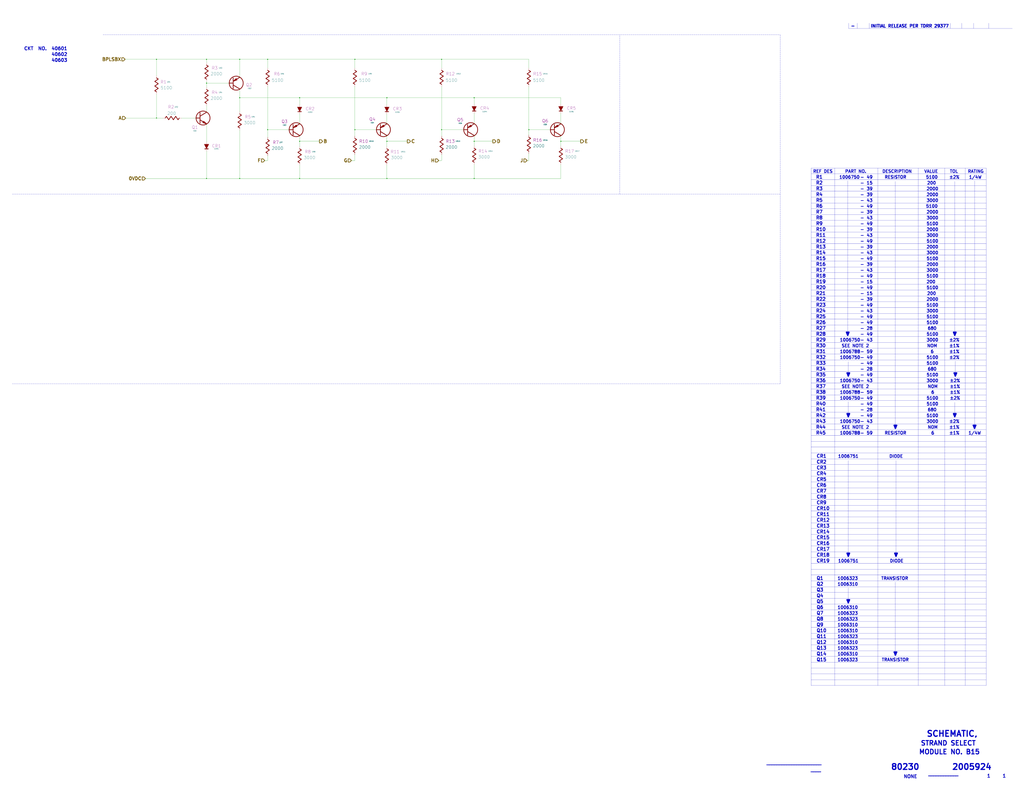
<source format=kicad_sch>
(kicad_sch (version 20211123) (generator eeschema)
  (paper "E")
  (junction (at 517.525 106.68))
  (junction (at 327.025 154.305))
  (junction (at 225.425 64.77))
  (junction (at 327.025 194.945))
  (junction (at 387.35 141.605))
  (junction (at 292.1 64.77))
  (junction (at 481.965 64.77))
  (junction (at 481.965 141.605))
  (junction (at 170.815 64.77))
  (junction (at 261.62 64.77))
  (junction (at 225.425 194.945))
  (junction (at 327.025 106.68))
  (junction (at 292.1 141.605))
  (junction (at 422.275 154.305))
  (junction (at 577.215 141.605))
  (junction (at 170.815 128.905))
  (junction (at 225.425 90.805))
  (junction (at 517.525 194.945))
  (junction (at 422.275 106.68))
  (junction (at 612.14 154.305))
  (junction (at 517.525 154.305))
  (junction (at 261.62 194.945))
  (junction (at 422.275 194.945))
  (junction (at 387.35 64.77))
  (junction (at 261.62 106.68))
  (polyline (pts (xy 676.275 212.09) (xy 676.275 38.1)))
  (polyline (pts (xy 885.19 704.215) (xy 1076.325 704.215)) (stroke (width 0) (type solid)))
  (polyline (pts (xy 885.19 615.315) (xy 1076.325 615.315)) (stroke (width 0) (type solid)))
  (wire (pts (xy 577.215 141.605) (xy 577.215 147.32)))
  (wire (pts (xy 383.54 175.26) (xy 387.35 175.26)))
  (polyline (pts (xy 1063.625 197.485) (xy 1063.625 467.36)) (stroke (width 0) (type solid)))
  (polyline (pts (xy 927.1 604.2152) (xy 925.83 607.3902)) (stroke (width 1.524) (type solid)))
  (polyline (pts (xy 926.465 362.9152) (xy 925.195 366.0902)) (stroke (width 1.524) (type solid)))
  (polyline (pts (xy 885.19 526.415) (xy 1076.325 526.415)) (stroke (width 0) (type solid)))
  (polyline (pts (xy 885.19 748.665) (xy 1076.325 748.665)) (stroke (width 0) (type solid)))
  (wire (pts (xy 327.025 135.255) (xy 327.025 124.46)))
  (polyline (pts (xy 1042.035 454.9902) (xy 1040.765 451.8152)) (stroke (width 1.524) (type solid)))
  (polyline (pts (xy 885.19 240.665) (xy 1076.325 240.665)) (stroke (width 0) (type solid)))
  (wire (pts (xy 575.31 175.26) (xy 577.215 175.26)))
  (polyline (pts (xy 885.19 481.965) (xy 1076.325 481.965)) (stroke (width 0) (type solid)))
  (polyline (pts (xy 885.19 456.565) (xy 1076.325 456.565)) (stroke (width 0) (type solid)))
  (wire (pts (xy 292.1 141.605) (xy 292.1 149.86)))
  (polyline (pts (xy 977.265 715.3402) (xy 975.995 712.1652)) (stroke (width 1.524) (type solid)))
  (polyline (pts (xy 975.995 712.1652) (xy 978.535 712.1652)) (stroke (width 1.524) (type solid)))
  (wire (pts (xy 387.35 168.91) (xy 387.35 175.26)))
  (wire (pts (xy 225.425 194.945) (xy 261.62 194.945)))
  (polyline (pts (xy 885.19 335.915) (xy 1076.325 335.915)) (stroke (width 0) (type solid)))
  (polyline (pts (xy 885.19 742.315) (xy 1076.325 742.315)) (stroke (width 0) (type solid)))
  (wire (pts (xy 225.425 135.255) (xy 225.425 154.94)))
  (wire (pts (xy 387.35 64.77) (xy 387.35 74.295)))
  (polyline (pts (xy 958.215 183.515) (xy 958.215 748.665)) (stroke (width 0) (type solid)))
  (polyline (pts (xy 885.19 329.565) (xy 1076.325 329.565)) (stroke (width 0) (type solid)))
  (polyline (pts (xy 1063.625 467.6902) (xy 1062.355 464.5152)) (stroke (width 1.524) (type solid)))
  (polyline (pts (xy 885.19 596.265) (xy 1076.325 596.265)) (stroke (width 0) (type solid)))
  (polyline (pts (xy 925.83 454.9902) (xy 924.56 451.8152)) (stroke (width 1.524) (type solid)))
  (polyline (pts (xy 885.19 570.865) (xy 1076.325 570.865)) (stroke (width 0) (type solid)))
  (polyline (pts (xy 1062.355 464.5152) (xy 1064.895 464.5152)) (stroke (width 1.524) (type solid)))
  (polyline (pts (xy 885.19 513.715) (xy 1076.325 513.715)) (stroke (width 0) (type solid)))
  (wire (pts (xy 612.14 154.305) (xy 612.14 159.385)))
  (polyline (pts (xy 885.19 215.265) (xy 1076.325 215.265)) (stroke (width 0) (type solid)))
  (polyline (pts (xy 885.19 323.215) (xy 1076.325 323.215)) (stroke (width 0) (type solid)))
  (polyline (pts (xy 885.19 272.415) (xy 1076.325 272.415)) (stroke (width 0) (type solid)))
  (wire (pts (xy 261.62 194.945) (xy 327.025 194.945)))
  (polyline (pts (xy 885.19 551.815) (xy 1076.325 551.815)) (stroke (width 0) (type solid)))
  (wire (pts (xy 517.525 154.305) (xy 517.525 159.385)))
  (polyline (pts (xy 977.265 635.635) (xy 977.265 715.01)) (stroke (width 0) (type solid)))
  (polyline (pts (xy 885.19 412.115) (xy 1076.325 412.115)) (stroke (width 0) (type solid)))
  (polyline (pts (xy 885.19 545.465) (xy 1076.325 545.465)) (stroke (width 0) (type solid)))
  (polyline (pts (xy 935.7106 25.2984) (xy 935.7106 31.0896)) (stroke (width 0) (type solid)))
  (wire (pts (xy 327.025 194.945) (xy 327.025 180.34)))
  (wire (pts (xy 387.35 94.615) (xy 387.35 141.605)))
  (wire (pts (xy 327.025 106.68) (xy 422.275 106.68)))
  (polyline (pts (xy 885.19 685.165) (xy 1076.325 685.165)) (stroke (width 0) (type solid)))
  (polyline (pts (xy 885.19 628.015) (xy 1076.325 628.015)) (stroke (width 0) (type solid)))
  (polyline (pts (xy 1053.465 748.665) (xy 1053.465 183.515)) (stroke (width 0) (type solid)))
  (polyline (pts (xy 1043.94 407.3652) (xy 1042.67 410.5402)) (stroke (width 1.524) (type solid)))
  (polyline (pts (xy 885.19 462.915) (xy 1076.325 462.915)) (stroke (width 0) (type solid)))
  (polyline (pts (xy 112.395 38.1) (xy 851.535 38.1)))
  (wire (pts (xy 481.965 64.77) (xy 577.215 64.77)))
  (wire (pts (xy 225.425 194.945) (xy 158.75 194.945)))
  (polyline (pts (xy 925.83 455.295) (xy 925.83 438.785)) (stroke (width 0) (type solid)))
  (wire (pts (xy 612.14 135.255) (xy 612.14 123.825)))
  (polyline (pts (xy 885.19 443.865) (xy 1076.325 443.865)) (stroke (width 0) (type solid)))
  (polyline (pts (xy 851.535 38.1) (xy 851.535 419.1)))
  (polyline (pts (xy 885.19 710.565) (xy 1076.325 710.565)) (stroke (width 0) (type solid)))
  (wire (pts (xy 506.095 141.605) (xy 481.965 141.605)))
  (wire (pts (xy 327.025 194.945) (xy 422.275 194.945)))
  (polyline (pts (xy 925.83 394.97) (xy 925.83 410.845)) (stroke (width 0) (type solid)))
  (wire (pts (xy 517.525 106.68) (xy 517.525 113.665)))
  (polyline (pts (xy 925.83 607.695) (xy 925.83 502.92)) (stroke (width 0) (type solid)))
  (polyline (pts (xy 885.19 608.965) (xy 1076.325 608.965)) (stroke (width 0) (type solid)))
  (wire (pts (xy 292.1 94.615) (xy 292.1 141.605)))
  (polyline (pts (xy 977.9 607.3902) (xy 976.63 604.2152)) (stroke (width 1.524) (type solid)))
  (polyline (pts (xy 885.19 405.765) (xy 1076.325 405.765)) (stroke (width 0) (type solid)))
  (polyline (pts (xy 885.19 196.215) (xy 1076.325 196.215)) (stroke (width 0) (type solid)))
  (polyline (pts (xy 885.19 678.815) (xy 1076.325 678.815)) (stroke (width 0) (type solid)))
  (wire (pts (xy 292.1 64.77) (xy 292.1 74.295)))
  (polyline (pts (xy 885.19 253.365) (xy 1076.325 253.365)) (stroke (width 0) (type solid)))
  (polyline (pts (xy 885.19 418.465) (xy 1076.325 418.465)) (stroke (width 0) (type solid)))
  (wire (pts (xy 422.275 194.945) (xy 422.275 180.34)))
  (wire (pts (xy 517.525 194.945) (xy 612.14 194.945)))
  (wire (pts (xy 577.215 167.64) (xy 577.215 175.26)))
  (polyline (pts (xy 885.19 297.815) (xy 1076.325 297.815)) (stroke (width 0) (type solid)))
  (wire (pts (xy 170.815 64.77) (xy 225.425 64.77)))
  (polyline (pts (xy 1042.67 410.5402) (xy 1041.4 407.3652)) (stroke (width 1.524) (type solid)))
  (polyline (pts (xy 885.19 221.615) (xy 1076.325 221.615)) (stroke (width 0) (type solid)))
  (wire (pts (xy 422.275 106.68) (xy 422.275 114.3)))
  (polyline (pts (xy 885.19 285.115) (xy 1076.325 285.115)) (stroke (width 0) (type solid)))
  (polyline (pts (xy 885.19 393.065) (xy 1076.325 393.065)) (stroke (width 0) (type solid)))
  (polyline (pts (xy 927.1 407.3652) (xy 925.83 410.5402)) (stroke (width 1.524) (type solid)))
  (polyline (pts (xy 885.19 354.965) (xy 1076.325 354.965)) (stroke (width 0) (type solid)))
  (polyline (pts (xy 977.265 198.12) (xy 977.265 467.36)) (stroke (width 0) (type solid)))
  (polyline (pts (xy 925.83 641.985) (xy 925.83 658.495)) (stroke (width 0) (type solid)))
  (polyline (pts (xy 885.19 697.865) (xy 1076.325 697.865)) (stroke (width 0) (type solid)))
  (polyline (pts (xy 1043.305 451.8152) (xy 1042.035 454.9902)) (stroke (width 1.524) (type solid)))
  (wire (pts (xy 136.525 64.77) (xy 170.815 64.77)))
  (wire (pts (xy 577.215 64.77) (xy 577.215 74.295)))
  (polyline (pts (xy 1062.5074 25.2984) (xy 1062.5074 31.0896)) (stroke (width 0) (type solid)))
  (polyline (pts (xy 885.19 386.715) (xy 1076.325 386.715)) (stroke (width 0) (type solid)))
  (polyline (pts (xy 885.19 361.315) (xy 1076.325 361.315)) (stroke (width 0) (type solid)))
  (polyline (pts (xy 1076.325 183.515) (xy 1076.325 748.665)) (stroke (width 0) (type solid)))
  (polyline (pts (xy 923.925 362.9152) (xy 926.465 362.9152)) (stroke (width 1.524) (type solid)))
  (polyline (pts (xy 885.19 469.265) (xy 1076.325 469.265)) (stroke (width 0) (type solid)))
  (wire (pts (xy 261.62 106.68) (xy 261.62 121.92)))
  (polyline (pts (xy 885.19 247.015) (xy 1076.325 247.015)) (stroke (width 0) (type solid)))
  (wire (pts (xy 410.845 141.605) (xy 387.35 141.605)))
  (polyline (pts (xy 1031.24 183.515) (xy 1031.24 748.665)) (stroke (width 0) (type solid)))
  (polyline (pts (xy 925.195 366.0902) (xy 923.925 362.9152)) (stroke (width 1.524) (type solid)))
  (wire (pts (xy 327.025 106.68) (xy 327.025 114.3)))
  (polyline (pts (xy 885.19 735.965) (xy 1076.325 735.965)) (stroke (width 0) (type solid)))
  (polyline (pts (xy 927.1 451.8152) (xy 925.83 454.9902)) (stroke (width 1.524) (type solid)))
  (polyline (pts (xy 885.19 659.765) (xy 1076.325 659.765)) (stroke (width 0) (type solid)))
  (polyline (pts (xy 885.19 507.365) (xy 1076.325 507.365)) (stroke (width 0) (type solid)))
  (polyline (pts (xy 885.19 259.715) (xy 1076.325 259.715)) (stroke (width 0) (type solid)))
  (polyline (pts (xy 885.19 316.865) (xy 1076.325 316.865)) (stroke (width 0) (type solid)))
  (polyline (pts (xy 1041.4 407.3652) (xy 1043.94 407.3652)) (stroke (width 1.524) (type solid)))
  (wire (pts (xy 225.425 64.77) (xy 261.62 64.77)))
  (polyline (pts (xy 885.19 208.915) (xy 1076.325 208.915)) (stroke (width 0) (type solid)))
  (polyline (pts (xy 885.19 602.615) (xy 1076.325 602.615)) (stroke (width 0) (type solid)))
  (polyline (pts (xy 948.69 25.2984) (xy 948.69 31.0896)) (stroke (width 0) (type solid)))
  (wire (pts (xy 422.275 135.255) (xy 422.275 124.46)))
  (polyline (pts (xy 885.19 583.565) (xy 1076.325 583.565)) (stroke (width 0) (type solid)))
  (wire (pts (xy 170.815 102.87) (xy 170.815 128.905)))
  (wire (pts (xy 422.275 147.955) (xy 422.275 154.305)))
  (wire (pts (xy 517.525 179.705) (xy 517.525 194.945)))
  (polyline (pts (xy 924.56 604.2152) (xy 927.1 604.2152)) (stroke (width 1.524) (type solid)))
  (wire (pts (xy 198.12 128.905) (xy 213.995 128.905)))
  (polyline (pts (xy 978.535 464.5152) (xy 977.265 467.6902)) (stroke (width 1.524) (type solid)))
  (polyline (pts (xy 1042.035 198.12) (xy 1042.035 365.76)) (stroke (width 0) (type solid)))
  (wire (pts (xy 537.845 154.305) (xy 517.525 154.305)))
  (wire (pts (xy 288.925 175.26) (xy 292.1 175.26)))
  (polyline (pts (xy 925.83 410.5402) (xy 924.56 407.3652)) (stroke (width 1.524) (type solid)))
  (polyline (pts (xy 885.19 577.215) (xy 1076.325 577.215)) (stroke (width 0) (type solid)))
  (polyline (pts (xy 885.19 189.865) (xy 1076.325 189.865)) (stroke (width 0) (type solid)))
  (polyline (pts (xy 925.195 197.485) (xy 925.195 366.395)) (stroke (width 0) (type solid)))
  (wire (pts (xy 633.73 154.305) (xy 612.14 154.305)))
  (wire (pts (xy 478.79 175.26) (xy 481.965 175.26)))
  (wire (pts (xy 170.815 128.905) (xy 137.16 128.905)))
  (polyline (pts (xy 885.19 399.415) (xy 1076.325 399.415)) (stroke (width 0) (type solid)))
  (polyline (pts (xy 885.19 183.515) (xy 885.19 748.665)) (stroke (width 0) (type solid)))
  (wire (pts (xy 517.525 135.255) (xy 517.525 123.825)))
  (wire (pts (xy 292.1 170.18) (xy 292.1 175.26)))
  (polyline (pts (xy 885.19 653.415) (xy 1076.325 653.415)) (stroke (width 0) (type solid)))
  (wire (pts (xy 481.965 141.605) (xy 481.965 148.59)))
  (wire (pts (xy 261.62 194.945) (xy 261.62 142.24)))
  (polyline (pts (xy 885.19 431.165) (xy 1076.325 431.165)) (stroke (width 0) (type solid)))
  (polyline (pts (xy 885.19 723.265) (xy 1076.325 723.265)) (stroke (width 0) (type solid)))
  (polyline (pts (xy 885.19 640.715) (xy 1076.325 640.715)) (stroke (width 0) (type solid)))
  (wire (pts (xy 422.275 154.305) (xy 422.275 160.02)))
  (polyline (pts (xy 885.19 234.315) (xy 1076.325 234.315)) (stroke (width 0) (type solid)))
  (polyline (pts (xy 885.19 342.265) (xy 1076.325 342.265)) (stroke (width 0) (type solid)))
  (wire (pts (xy 481.965 74.295) (xy 481.965 64.77)))
  (polyline (pts (xy 1002.03 748.665) (xy 1002.03 183.515)) (stroke (width 0) (type solid)))
  (wire (pts (xy 261.62 64.77) (xy 261.62 84.455)))
  (polyline (pts (xy 977.265 467.6902) (xy 975.995 464.5152)) (stroke (width 1.524) (type solid)))
  (polyline (pts (xy 978.535 712.1652) (xy 977.265 715.3402)) (stroke (width 1.524) (type solid)))
  (polyline (pts (xy 885.19 501.015) (xy 1076.325 501.015)) (stroke (width 0) (type solid)))
  (polyline (pts (xy 885.19 380.365) (xy 1076.325 380.365)) (stroke (width 0) (type solid)))
  (wire (pts (xy 261.62 64.77) (xy 292.1 64.77)))
  (polyline (pts (xy 885.19 488.315) (xy 1076.325 488.315)) (stroke (width 0) (type solid)))
  (polyline (pts (xy 911.225 748.665) (xy 911.225 183.515)) (stroke (width 0) (type solid)))
  (wire (pts (xy 327.025 147.955) (xy 327.025 154.305)))
  (wire (pts (xy 225.425 194.945) (xy 225.425 165.1)))
  (polyline (pts (xy 885.19 532.765) (xy 1076.325 532.765)) (stroke (width 0) (type solid)))
  (polyline (pts (xy 885.19 304.165) (xy 1076.325 304.165)) (stroke (width 0) (type solid)))
  (polyline (pts (xy 925.83 607.3902) (xy 924.56 604.2152)) (stroke (width 1.524) (type solid)))
  (wire (pts (xy 444.5 154.305) (xy 422.275 154.305)))
  (polyline (pts (xy 1043.305 362.9152) (xy 1042.035 366.0902)) (stroke (width 1.524) (type solid)))
  (polyline (pts (xy 885.19 227.965) (xy 1076.325 227.965)) (stroke (width 0) (type solid)))
  (polyline (pts (xy 1078.992 25.2984) (xy 1078.992 31.0896)) (stroke (width 0) (type solid)))
  (polyline (pts (xy 885.19 520.065) (xy 1076.325 520.065)) (stroke (width 0) (type solid)))
  (wire (pts (xy 481.965 168.91) (xy 481.965 175.26)))
  (polyline (pts (xy 13.335 212.09) (xy 851.535 212.09)))
  (polyline (pts (xy 885.19 437.515) (xy 1076.325 437.515)) (stroke (width 0) (type solid)))
  (polyline (pts (xy 885.19 266.065) (xy 1076.325 266.065)) (stroke (width 0) (type solid)))
  (polyline (pts (xy 885.19 348.615) (xy 1076.325 348.615)) (stroke (width 0) (type solid)))
  (wire (pts (xy 422.275 194.945) (xy 517.525 194.945)))
  (polyline (pts (xy 885.19 621.665) (xy 1076.325 621.665)) (stroke (width 0) (type solid)))
  (wire (pts (xy 387.35 141.605) (xy 387.35 148.59)))
  (polyline (pts (xy 924.56 407.3652) (xy 927.1 407.3652)) (stroke (width 1.524) (type solid)))
  (polyline (pts (xy 976.63 604.2152) (xy 979.17 604.2152)) (stroke (width 1.524) (type solid)))
  (polyline (pts (xy 885.19 691.515) (xy 1076.325 691.515)) (stroke (width 0) (type solid)))
  (polyline (pts (xy 975.995 464.5152) (xy 978.535 464.5152)) (stroke (width 1.524) (type solid)))
  (wire (pts (xy 348.615 154.305) (xy 327.025 154.305)))
  (wire (pts (xy 612.14 106.68) (xy 612.14 113.665)))
  (polyline (pts (xy 926.1094 25.2984) (xy 926.1094 31.0896)) (stroke (width 0) (type solid)))
  (polyline (pts (xy 885.19 539.115) (xy 1076.325 539.115)) (stroke (width 0) (type solid)))
  (wire (pts (xy 261.62 97.155) (xy 261.62 106.68)))
  (polyline (pts (xy 927.1 655.0152) (xy 925.83 658.1902)) (stroke (width 1.524) (type solid)))
  (wire (pts (xy 517.525 154.305) (xy 517.525 147.955)))
  (wire (pts (xy 292.1 141.605) (xy 315.595 141.605)))
  (polyline (pts (xy 979.17 604.2152) (xy 977.9 607.3902)) (stroke (width 1.524) (type solid)))
  (polyline (pts (xy 885.19 634.365) (xy 1076.325 634.365)) (stroke (width 0) (type solid)))
  (polyline (pts (xy 977.9 502.92) (xy 977.9 607.06)) (stroke (width 0) (type solid)))
  (wire (pts (xy 250.19 90.805) (xy 225.425 90.805)))
  (polyline (pts (xy 885.19 183.515) (xy 1076.325 183.515)) (stroke (width 0) (type solid)))
  (wire (pts (xy 327.025 154.305) (xy 327.025 160.02)))
  (polyline (pts (xy 885.19 278.765) (xy 1076.325 278.765)) (stroke (width 0) (type solid)))
  (wire (pts (xy 387.35 64.77) (xy 481.965 64.77)))
  (polyline (pts (xy 885.19 450.215) (xy 1076.325 450.215)) (stroke (width 0) (type solid)))
  (polyline (pts (xy 885.19 367.665) (xy 1076.325 367.665)) (stroke (width 0) (type solid)))
  (polyline (pts (xy 925.83 658.1902) (xy 924.56 655.0152)) (stroke (width 1.524) (type solid)))
  (wire (pts (xy 422.275 106.68) (xy 517.525 106.68)))
  (polyline (pts (xy 1042.035 366.0902) (xy 1040.765 362.9152)) (stroke (width 1.524) (type solid)))
  (polyline (pts (xy 885.19 475.615) (xy 1076.325 475.615)) (stroke (width 0) (type solid)))
  (wire (pts (xy 225.425 68.58) (xy 225.425 64.77)))
  (polyline (pts (xy 885.19 666.115) (xy 1076.325 666.115)) (stroke (width 0) (type solid)))
  (polyline (pts (xy 1037.1074 25.2984) (xy 1037.1074 31.0896)) (stroke (width 0) (type solid)))
  (polyline (pts (xy 1040.765 451.8152) (xy 1043.305 451.8152)) (stroke (width 1.524) (type solid)))
  (wire (pts (xy 177.8 128.905) (xy 170.815 128.905)))
  (wire (pts (xy 517.525 106.68) (xy 612.14 106.68)))
  (polyline (pts (xy 885.19 310.515) (xy 1076.325 310.515)) (stroke (width 0) (type solid)))
  (polyline (pts (xy 1064.895 464.5152) (xy 1063.625 467.6902)) (stroke (width 1.524) (type solid)))
  (polyline (pts (xy 1040.765 362.9152) (xy 1043.305 362.9152)) (stroke (width 1.524) (type solid)))
  (polyline (pts (xy 885.19 564.515) (xy 1076.325 564.515)) (stroke (width 0) (type solid)))
  (wire (pts (xy 261.62 106.68) (xy 327.025 106.68)))
  (wire (pts (xy 481.965 94.615) (xy 481.965 141.605)))
  (polyline (pts (xy 1042.67 394.335) (xy 1042.67 410.21)) (stroke (width 0) (type solid)))
  (polyline (pts (xy 851.535 419.1) (xy 13.335 419.1)))
  (wire (pts (xy 170.815 64.77) (xy 170.815 82.55)))
  (polyline (pts (xy 885.19 589.915) (xy 1076.325 589.915)) (stroke (width 0) (type solid)))
  (wire (pts (xy 612.14 147.955) (xy 612.14 154.305)))
  (wire (pts (xy 225.425 88.9) (xy 225.425 90.805)))
  (polyline (pts (xy 885.19 716.915) (xy 1076.325 716.915)) (stroke (width 0) (type solid)))
  (polyline (pts (xy 885.19 558.165) (xy 1076.325 558.165)) (stroke (width 0) (type solid)))
  (wire (pts (xy 600.71 141.605) (xy 577.215 141.605)))
  (polyline (pts (xy 924.56 655.0152) (xy 927.1 655.0152)) (stroke (width 1.524) (type solid)))
  (wire (pts (xy 292.1 64.77) (xy 387.35 64.77)))
  (polyline (pts (xy 885.19 672.465) (xy 1076.325 672.465)) (stroke (width 0) (type solid)))
  (polyline (pts (xy 885.19 291.465) (xy 1076.325 291.465)) (stroke (width 0) (type solid)))
  (polyline (pts (xy 1049.8328 25.2984) (xy 1049.8328 31.0896)) (stroke (width 0) (type solid)))
  (polyline (pts (xy 885.19 494.665) (xy 1076.325 494.665)) (stroke (width 0) (type solid)))
  (polyline (pts (xy 924.56 451.8152) (xy 927.1 451.8152)) (stroke (width 1.524) (type solid)))
  (polyline (pts (xy 885.19 647.065) (xy 1076.325 647.065)) (stroke (width 0) (type solid)))
  (polyline (pts (xy 1042.035 439.42) (xy 1042.035 454.66)) (stroke (width 0) (type solid)))
  (polyline (pts (xy 885.19 729.615) (xy 1076.325 729.615)) (stroke (width 0) (type solid)))
  (wire (pts (xy 577.215 94.615) (xy 577.215 141.605)))
  (polyline (pts (xy 885.19 374.015) (xy 1076.325 374.015)) (stroke (width 0) (type solid)))
  (wire (pts (xy 612.14 194.945) (xy 612.14 179.705)))
  (polyline (pts (xy 885.19 202.565) (xy 1076.325 202.565)) (stroke (width 0) (type solid)))
  (polyline (pts (xy 885.19 424.815) (xy 1076.325 424.815)) (stroke (width 0) (type solid)))
  (polyline (pts (xy 926.1094 31.115) (xy 1104.9 31.115)) (stroke (width 0) (type solid)))
  (wire (pts (xy 225.425 115.57) (xy 225.425 122.555)))
  (wire (pts (xy 225.425 90.805) (xy 225.425 95.25)))
  (text "SEE NOTE 2" (at 918.21 379.73 0) (effects (font (size 3.302 3.302) (thickness 0.6604) bold) (justify left bottom)))
  (text "1006750" (at 915.67 195.58 0) (effects (font (size 3.302 3.302) (thickness 0.6604) bold) (justify left bottom)))
  (text "CR3" (at 890.905 513.08 0) (effects (font (size 3.556 3.556) (thickness 0.7112) bold) (justify left bottom)))
  (text "39" (at 945.515 328.93 0) (effects (font (size 3.302 3.302) (thickness 0.6604) bold) (justify left bottom)))
  (text "CR19" (at 890.905 614.68 0) (effects (font (size 3.556 3.556) (thickness 0.7112) bold) (justify left bottom)))
  (text "39" (at 945.515 252.73 0) (effects (font (size 3.302 3.302) (thickness 0.6604) bold) (justify left bottom)))
  (text "-" (at 938.53 417.83 0) (effects (font (size 3.302 3.302) (thickness 0.6604) bold) (justify left bottom)))
  (text "1006751" (at 914.4 500.38 0) (effects (font (size 3.302 3.302) (thickness 0.6604) bold) (justify left bottom)))
  (text "1006323" (at 913.765 709.93 0) (effects (font (size 3.302 3.302) (thickness 0.6604) bold) (justify left bottom)))
  (text "1006310" (at 913.765 716.28 0) (effects (font (size 3.302 3.302) (thickness 0.6604) bold) (justify left bottom)))
  (text "2005924" (at 1038.7076 841.3496 0) (effects (font (size 6.35 6.35) (thickness 1.27) bold) (justify left bottom)))
  (text "1006750" (at 916.305 462.28 0) (effects (font (size 3.302 3.302) (thickness 0.6604) bold) (justify left bottom)))
  (text "-" (at 938.53 278.13 0) (effects (font (size 3.302 3.302) (thickness 0.6604) bold) (justify left bottom)))
  (text "-" (at 938.53 462.28 0) (effects (font (size 3.302 3.302) (thickness 0.6604) bold) (justify left bottom)))
  (text "49" (at 945.515 411.48 0) (effects (font (size 3.302 3.302) (thickness 0.6604) bold) (justify left bottom)))
  (text "±1%" (at 1035.685 474.98 0) (effects (font (size 3.302 3.302) (thickness 0.6604) bold) (justify left bottom)))
  (text "R45" (at 890.27 474.98 0) (effects (font (size 3.556 3.556) (thickness 0.7112) bold) (justify left bottom)))
  (text "-" (at 938.53 303.53 0) (effects (font (size 3.302 3.302) (thickness 0.6604) bold) (justify left bottom)))
  (text "59" (at 945.515 430.53 0) (effects (font (size 3.302 3.302) (thickness 0.6604) bold) (justify left bottom)))
  (text "43" (at 945.515 417.83 0) (effects (font (size 3.302 3.302) (thickness 0.6604) bold) (justify left bottom)))
  (text "39" (at 945.515 214.63 0) (effects (font (size 3.302 3.302) (thickness 0.6604) bold) (justify left bottom)))
  (text "±1%" (at 1035.685 379.73 0) (effects (font (size 3.302 3.302) (thickness 0.6604) bold) (justify left bottom)))
  (text "-" (at 938.53 405.13 0) (effects (font (size 3.302 3.302) (thickness 0.6604) bold) (justify left bottom)))
  (text "1006751" (at 914.4 614.68 0) (effects (font (size 3.302 3.302) (thickness 0.6604) bold) (justify left bottom)))
  (text "1006323" (at 913.765 678.18 0) (effects (font (size 3.302 3.302) (thickness 0.6604) bold) (justify left bottom)))
  (text "49" (at 945.515 455.93 0) (effects (font (size 3.302 3.302) (thickness 0.6604) bold) (justify left bottom)))
  (text "-" (at 938.53 322.58 0) (effects (font (size 3.302 3.302) (thickness 0.6604) bold) (justify left bottom)))
  (text "R14" (at 890.27 278.13 0) (effects (font (size 3.556 3.556) (thickness 0.7112) bold) (justify left bottom)))
  (text "-" (at 938.53 474.98 0) (effects (font (size 3.302 3.302) (thickness 0.6604) bold) (justify left bottom)))
  (text "1006310" (at 913.765 640.08 0) (effects (font (size 3.302 3.302) (thickness 0.6604) bold) (justify left bottom)))
  (text "______________________" (at 836.295 835.66 0) (effects (font (size 3.556 3.556) (thickness 0.7112) bold) (justify left bottom)))
  (text "680" (at 1012.19 360.68 0) (effects (font (size 3.302 3.302) (thickness 0.6604) bold) (justify left bottom)))
  (text "49" (at 945.515 303.53 0) (effects (font (size 3.302 3.302) (thickness 0.6604) bold) (justify left bottom)))
  (text "R42" (at 890.27 455.93 0) (effects (font (size 3.556 3.556) (thickness 0.7112) bold) (justify left bottom)))
  (text "Q6" (at 890.905 665.48 0) (effects (font (size 3.556 3.556) (thickness 0.7112) bold) (justify left bottom)))
  (text "Q12" (at 890.905 703.58 0) (effects (font (size 3.556 3.556) (thickness 0.7112) bold) (justify left bottom)))
  (text "R2" (at 890.27 201.93 0) (effects (font (size 3.556 3.556) (thickness 0.7112) bold) (justify left bottom)))
  (text "3000" (at 1010.92 297.18 0) (effects (font (size 3.302 3.302) (thickness 0.6604) bold) (justify left bottom)))
  (text "1006750" (at 916.305 373.38 0) (effects (font (size 3.302 3.302) (thickness 0.6604) bold) (justify left bottom)))
  (text "TRANSISTOR" (at 961.39 633.73 0) (effects (font (size 3.302 3.302) (thickness 0.6604) bold) (justify left bottom)))
  (text "TOL" (at 1036.32 189.23 0) (effects (font (size 3.302 3.302) (thickness 0.6604) bold) (justify left bottom)))
  (text "±2%" (at 1036.32 417.83 0) (effects (font (size 3.302 3.302) (thickness 0.6604) bold) (justify left bottom)))
  (text "3000" (at 1010.92 341.63 0) (effects (font (size 3.302 3.302) (thickness 0.6604) bold) (justify left bottom)))
  (text "R44" (at 890.27 468.63 0) (effects (font (size 3.556 3.556) (thickness 0.7112) bold) (justify left bottom)))
  (text "-" (at 938.53 201.93 0) (effects (font (size 3.302 3.302) (thickness 0.6604) bold) (justify left bottom)))
  (text "Q9" (at 890.905 684.53 0) (effects (font (size 3.556 3.556) (thickness 0.7112) bold) (justify left bottom)))
  (text "R29" (at 890.27 373.38 0) (effects (font (size 3.556 3.556) (thickness 0.7112) bold) (justify left bottom)))
  (text "5100" (at 1010.92 316.23 0) (effects (font (size 3.302 3.302) (thickness 0.6604) bold) (justify left bottom)))
  (text "1006310" (at 913.765 703.58 0) (effects (font (size 3.302 3.302) (thickness 0.6604) bold) (justify left bottom)))
  (text "-" (at 938.53 335.28 0) (effects (font (size 3.302 3.302) (thickness 0.6604) bold) (justify left bottom)))
  (text "49" (at 945.515 398.78 0) (effects (font (size 3.302 3.302) (thickness 0.6604) bold) (justify left bottom)))
  (text "±1%" (at 1035.685 386.08 0) (effects (font (size 3.302 3.302) (thickness 0.6604) bold) (justify left bottom)))
  (text "-" (at 938.53 208.28 0) (effects (font (size 3.302 3.302) (thickness 0.6604) bold) (justify left bottom)))
  (text "3000" (at 1010.92 462.28 0) (effects (font (size 3.302 3.302) (thickness 0.6604) bold) (justify left bottom)))
  (text "2000" (at 1010.92 208.28 0) (effects (font (size 3.302 3.302) (thickness 0.6604) bold) (justify left bottom)))
  (text "±1%" (at 1036.32 424.18 0) (effects (font (size 3.302 3.302) (thickness 0.6604) bold) (justify left bottom)))
  (text "R8" (at 890.27 240.03 0) (effects (font (size 3.556 3.556) (thickness 0.7112) bold) (justify left bottom)))
  (text "R13" (at 890.27 271.78 0) (effects (font (size 3.556 3.556) (thickness 0.7112) bold) (justify left bottom)))
  (text "±2%" (at 1035.685 462.28 0) (effects (font (size 3.302 3.302) (thickness 0.6604) bold) (justify left bottom)))
  (text "CR10" (at 890.905 557.53 0) (effects (font (size 3.556 3.556) (thickness 0.7112) bold) (justify left bottom)))
  (text "-" (at 938.53 316.23 0) (effects (font (size 3.302 3.302) (thickness 0.6604) bold) (justify left bottom)))
  (text "CR11" (at 890.905 563.88 0) (effects (font (size 3.556 3.556) (thickness 0.7112) bold) (justify left bottom)))
  (text "5100" (at 1010.92 246.38 0) (effects (font (size 3.302 3.302) (thickness 0.6604) bold) (justify left bottom)))
  (text "5100" (at 1010.92 455.93 0) (effects (font (size 3.302 3.302) (thickness 0.6604) bold) (justify left bottom)))
  (text "RESISTOR" (at 965.2 195.58 0) (effects (font (size 3.302 3.302) (thickness 0.6604) bold) (justify left bottom)))
  (text "R39" (at 890.27 436.88 0) (effects (font (size 3.556 3.556) (thickness 0.7112) bold) (justify left bottom)))
  (text "-" (at 938.53 455.93 0) (effects (font (size 3.302 3.302) (thickness 0.6604) bold) (justify left bottom)))
  (text "49" (at 945.515 195.58 0) (effects (font (size 3.302 3.302) (thickness 0.6604) bold) (justify left bottom)))
  (text "-" (at 938.53 443.23 0) (effects (font (size 3.302 3.302) (thickness 0.6604) bold) (justify left bottom)))
  (text "-" (at 938.53 360.68 0) (effects (font (size 3.302 3.302) (thickness 0.6604) bold) (justify left bottom)))
  (text "3000" (at 1010.92 373.38 0) (effects (font (size 3.302 3.302) (thickness 0.6604) bold) (justify left bottom)))
  (text "6" (at 1015.365 386.08 0) (effects (font (size 3.302 3.302) (thickness 0.6604) bold) (justify left bottom)))
  (text "43" (at 945.515 373.38 0) (effects (font (size 3.302 3.302) (thickness 0.6604) bold) (justify left bottom)))
  (text "CR17" (at 890.905 601.98 0) (effects (font (size 3.556 3.556) (thickness 0.7112) bold) (justify left bottom)))
  (text "Q14" (at 890.905 716.28 0) (effects (font (size 3.556 3.556) (thickness 0.7112) bold) (justify left bottom)))
  (text "-" (at 938.53 436.88 0) (effects (font (size 3.302 3.302) (thickness 0.6604) bold) (justify left bottom)))
  (text "CR4" (at 890.905 519.43 0) (effects (font (size 3.556 3.556) (thickness 0.7112) bold) (justify left bottom)))
  (text "1006310" (at 913.765 690.88 0) (effects (font (size 3.302 3.302) (thickness 0.6604) bold) (justify left bottom)))
  (text "5100" (at 1010.92 392.43 0) (effects (font (size 3.302 3.302) (thickness 0.6604) bold) (justify left bottom)))
  (text "1006323" (at 913.765 633.73 0) (effects (font (size 3.302 3.302) (thickness 0.6604) bold) (justify left bottom)))
  (text "1006323" (at 913.765 722.63 0) (effects (font (size 3.302 3.302) (thickness 0.6604) bold) (justify left bottom)))
  (text "PART NO." (at 922.02 189.23 0) (effects (font (size 3.302 3.302) (thickness 0.6604) bold) (justify left bottom)))
  (text "5100" (at 1010.92 354.33 0) (effects (font (size 3.302 3.302) (thickness 0.6604) bold) (justify left bottom)))
  (text "-       INITIAL RELEASE PER TDRR 29377" (at 928.37 30.48 0) (effects (font (size 3.302 3.302) (thickness 0.6604) bold) (justify left bottom)))
  (text "CR15" (at 890.905 589.28 0) (effects (font (size 3.556 3.556) (thickness 0.7112) bold) (justify left bottom)))
  (text "R18" (at 890.27 303.53 0) (effects (font (size 3.556 3.556) (thickness 0.7112) bold) (justify left bottom)))
  (text "49" (at 945.515 227.33 0) (effects (font (size 3.302 3.302) (thickness 0.6604) bold) (justify left bottom)))
  (text "SEE NOTE 2" (at 918.21 424.18 0) (effects (font (size 3.302 3.302) (thickness 0.6604) bold) (justify left bottom)))
  (text "R38" (at 890.27 430.53 0) (effects (font (size 3.556 3.556) (thickness 0.7112) bold) (justify left bottom)))
  (text "3000" (at 1010.92 278.13 0) (effects (font (size 3.302 3.302) (thickness 0.6604) bold) (justify left bottom)))
  (text "43" (at 945.515 259.08 0) (effects (font (size 3.302 3.302) (thickness 0.6604) bold) (justify left bottom)))
  (text "1006750" (at 916.305 392.43 0) (effects (font (size 3.302 3.302) (thickness 0.6604) bold) (justify left bottom)))
  (text "R1" (at 890.27 195.58 0) (effects (font (size 3.556 3.556) (thickness 0.7112) bold) (justify left bottom)))
  (text "CR12" (at 890.905 570.23 0) (effects (font (size 3.556 3.556) (thickness 0.7112) bold) (justify left bottom)))
  (text "49" (at 945.515 316.23 0) (effects (font (size 3.302 3.302) (thickness 0.6604) bold) (justify left bottom)))
  (text "R23" (at 890.27 335.28 0) (effects (font (size 3.556 3.556) (thickness 0.7112) bold) (justify left bottom)))
  (text "SCHEMATIC," (at 1010.92 805.18 0) (effects (font (size 6.35 6.35) (thickness 1.27) bold) (justify left bottom)))
  (text "49" (at 945.515 347.98 0) (effects (font (size 3.302 3.302) (thickness 0.6604) bold) (justify left bottom)))
  (text "-" (at 938.53 309.88 0) (effects (font (size 3.302 3.302) (thickness 0.6604) bold) (justify left bottom)))
  (text "SEE NOTE 2" (at 918.21 468.63 0) (effects (font (size 3.302 3.302) (thickness 0.6604) bold) (justify left bottom)))
  (text "59" (at 945.515 386.08 0) (effects (font (size 3.302 3.302) (thickness 0.6604) bold) (justify left bottom)))
  (text "-" (at 938.53 240.03 0) (effects (font (size 3.302 3.302) (thickness 0.6604) bold) (justify left bottom)))
  (text "28" (at 945.515 360.68 0) (effects (font (size 3.302 3.302) (thickness 0.6604) bold) (justify left bottom)))
  (text "R32" (at 890.27 392.43 0) (effects (font (size 3.556 3.556) (thickness 0.7112) bold) (justify left bottom)))
  (text "5100" (at 1010.285 195.58 0) (effects (font (size 3.302 3.302) (thickness 0.6604) bold) (justify left bottom)))
  (text "2000" (at 1010.92 328.93 0) (effects (font (size 3.302 3.302) (thickness 0.6604) bold) (justify left bottom)))
  (text "-" (at 938.53 449.58 0) (effects (font (size 3.302 3.302) (thickness 0.6604) bold) (justify left bottom)))
  (text "5100" (at 1010.92 335.28 0) (effects (font (size 3.302 3.302) (thickness 0.6604) bold) (justify left bottom)))
  (text "15" (at 945.515 309.88 0) (effects (font (size 3.302 3.302) (thickness 0.6604) bold) (justify left bottom)))
  (text "CR2" (at 890.905 506.73 0) (effects (font (size 3.556 3.556) (thickness 0.7112) bold) (justify left bottom)))
  (text "-" (at 938.53 328.93 0) (effects (font (size 3.302 3.302) (thickness 0.6604) bold) (justify left bottom)))
  (text "±2%" (at 1035.685 195.58 0) (effects (font (size 3.302 3.302) (thickness 0.6604) bold) (justify left bottom)))
  (text "39" (at 945.515 290.83 0) (effects (font (size 3.302 3.302) (thickness 0.6604) bold) (justify left bottom)))
  (text "5100" (at 1010.92 436.88 0) (effects (font (size 3.302 3.302) (thickness 0.6604) bold) (justify left bottom)))
  (text "R4" (at 890.27 214.63 0) (effects (font (size 3.556 3.556) (thickness 0.7112) bold) (justify left bottom)))
  (text "-" (at 938.53 284.48 0) (effects (font (size 3.302 3.302) (thickness 0.6604) bold) (justify left bottom)))
  (text "40602" (at 55.88 61.595 0) (effects (font (size 3.556 3.556) (thickness 0.7112) bold) (justify left bottom)))
  (text "2000" (at 1010.92 252.73 0) (effects (font (size 3.302 3.302) (thickness 0.6604) bold) (justify left bottom)))
  (text "49" (at 945.515 443.23 0) (effects (font (size 3.302 3.302) (thickness 0.6604) bold) (justify left bottom)))
  (text "TRANSISTOR" (at 962.025 722.63 0) (effects (font (size 3.302 3.302) (thickness 0.6604) bold) (justify left bottom)))
  (text "Q10" (at 890.905 690.88 0) (effects (font (size 3.556 3.556) (thickness 0.7112) bold) (justify left bottom)))
  (text "-       INITIAL RELEASE PER TDRR 29377" (at 928.37 30.48 0) (effects (font (size 3.302 3.302) (thickness 0.6604) bold) (justify left bottom)))
  (text "NOM" (at 1011.555 379.73 0) (effects (font (size 3.302 3.302) (thickness 0.6604) bold) (justify left bottom)))
  (text "R33" (at 890.27 398.78 0) (effects (font (size 3.556 3.556) (thickness 0.7112) bold) (justify left bottom)))
  (text "R16" (at 890.27 290.83 0) (effects (font (size 3.556 3.556) (thickness 0.7112) bold) (justify left bottom)))
  (text "R27" (at 890.27 360.68 0) (effects (font (size 3.556 3.556) (thickness 0.7112) bold) (justify left bottom)))
  (text "±1%" (at 1035.685 468.63 0) (effects (font (size 3.302 3.302) (thickness 0.6604) bold) (justify left bottom)))
  (text "6" (at 1016 430.53 0) (effects (font (size 3.302 3.302) (thickness 0.6604) bold) (justify left bottom)))
  (text "43" (at 945.515 278.13 0) (effects (font (size 3.302 3.302) (thickness 0.6604) bold) (justify left bottom)))
  (text "R37" (at 890.27 424.18 0) (effects (font (size 3.556 3.556) (thickness 0.7112) bold) (justify left bottom)))
  (text "R21" (at 890.27 322.58 0) (effects (font (size 3.556 3.556) (thickness 0.7112) bold) (justify left bottom)))
  (text "Q3" (at 890.905 646.43 0) (effects (font (size 3.556 3.556) (thickness 0.7112) bold) (justify left bottom)))
  (text "-" (at 938.53 386.08 0) (effects (font (size 3.302 3.302) (thickness 0.6604) bold) (justify left bottom)))
  (text "49" (at 945.515 265.43 0) (effects (font (size 3.302 3.302) (thickness 0.6604) bold) (justify left bottom)))
  (text "DIODE" (at 970.915 614.68 0) (effects (font (size 3.302 3.302) (thickness 0.6604) bold) (justify left bottom)))
  (text "-" (at 938.53 246.38 0) (effects (font (size 3.302 3.302) (thickness 0.6604) bold) (justify left bottom)))
  (text "39" (at 945.515 271.78 0) (effects (font (size 3.302 3.302) (thickness 0.6604) bold) (justify left bottom)))
  (text "43" (at 945.515 341.63 0) (effects (font (size 3.302 3.302) (thickness 0.6604) bold) (justify left bottom)))
  (text "R24" (at 890.27 341.63 0) (effects (font (size 3.556 3.556) (thickness 0.7112) bold) (justify left bottom)))
  (text "RATING" (at 1056.005 189.23 0) (effects (font (size 3.302 3.302) (thickness 0.6604) bold) (justify left bottom)))
  (text "R19" (at 890.27 309.88 0) (effects (font (size 3.556 3.556) (thickness 0.7112) bold) (justify left bottom)))
  (text "40601" (at 55.88 55.245 0) (effects (font (size 3.556 3.556) (thickness 0.7112) bold) (justify left bottom)))
  (text "CR14" (at 890.905 582.93 0) (effects (font (size 3.556 3.556) (thickness 0.7112) bold) (justify left bottom)))
  (text "-" (at 938.53 430.53 0) (effects (font (size 3.302 3.302) (thickness 0.6604) bold) (justify left bottom)))
  (text "R9" (at 890.27 246.38 0) (effects (font (size 3.556 3.556) (thickness 0.7112) bold) (justify left bottom)))
  (text "1006750" (at 916.305 417.83 0) (effects (font (size 3.302 3.302) (thickness 0.6604) bold) (justify left bottom)))
  (text "1006310" (at 913.765 684.53 0) (effects (font (size 3.302 3.302) (thickness 0.6604) bold) (justify left bottom)))
  (text "____________" (at 1012.825 847.725 0) (effects (font (size 3.556 3.556) (thickness 0.7112) bold) (justify left bottom)))
  (text "R7" (at 890.27 233.68 0) (effects (font (size 3.556 3.556) (thickness 0.7112) bold) (justify left bottom)))
  (text "-" (at 938.53 252.73 0) (effects (font (size 3.302 3.302) (thickness 0.6604) bold) (justify left bottom)))
  (text "3000" (at 1010.92 417.83 0) (effects (font (size 3.302 3.302) (thickness 0.6604) bold) (justify left bottom)))
  (text "49" (at 945.515 335.28 0) (effects (font (size 3.302 3.302) (thickness 0.6604) bold) (justify left bottom)))
  (text "R22" (at 890.27 328.93 0) (effects (font (size 3.556 3.556) (thickness 0.7112) bold) (justify left bottom)))
  (text "Q4" (at 890.905 652.78 0) (effects (font (size 3.556 3.556) (thickness 0.7112) bold) (justify left bottom)))
  (text "CR5" (at 890.905 525.78 0) (effects (font (size 3.556 3.556) (thickness 0.7112) bold) (justify left bottom)))
  (text "CR18" (at 890.905 608.33 0) (effects (font (size 3.556 3.556) (thickness 0.7112) bold) (justify left bottom)))
  (text "1     1" (at 1076.96 849.63 0) (effects (font (size 3.556 3.556) (thickness 0.7112) bold) (justify left bottom)))
  (text "R10" (at 890.27 252.73 0) (effects (font (size 3.556 3.556) (thickness 0.7112) bold) (justify left bottom)))
  (text "200" (at 1011.555 322.58 0) (effects (font (size 3.302 3.302) (thickness 0.6604) bold) (justify left bottom)))
  (text "49" (at 945.515 392.43 0) (effects (font (size 3.302 3.302) (thickness 0.6604) bold) (justify left bottom)))
  (text "3000" (at 1010.92 240.03 0) (effects (font (size 3.302 3.302) (thickness 0.6604) bold) (justify left bottom)))
  (text "R34" (at 890.27 405.13 0) (effects (font (size 3.556 3.556) (thickness 0.7112) bold) (justify left bottom)))
  (text "5100" (at 1010.92 265.43 0) (effects (font (size 3.302 3.302) (thickness 0.6604) bold) (justify left bottom)))
  (text "R30" (at 890.27 379.73 0) (effects (font (size 3.556 3.556) (thickness 0.7112) bold) (justify left bottom)))
  (text "NONE" (at 986.0026 850.2396 0) (effects (font (size 3.556 3.556) (thickness 0.7112) bold) (justify left bottom)))
  (text "1006788" (at 916.305 474.98 0) (effects (font (size 3.302 3.302) (thickness 0.6604) bold) (justify left bottom)))
  (text "59" (at 945.515 474.98 0) (effects (font (size 3.302 3.302) (thickness 0.6604) bold) (justify left bottom)))
  (text "-" (at 938.53 411.48 0) (effects (font (size 3.302 3.302) (thickness 0.6604) bold) (justify left bottom)))
  (text "Q1" (at 890.905 633.73 0) (effects (font (size 3.556 3.556) (thickness 0.7112) bold) (justify left bottom)))
  (text "±2%" (at 1035.685 373.38 0) (effects (font (size 3.302 3.302) (thickness 0.6604) bold) (justify left bottom)))
  (text "1/4W" (at 1057.275 195.58 0) (effects (font (size 3.302 3.302) (thickness 0.6604) bold) (justify left bottom)))
  (text "1006788" (at 916.305 386.08 0) (effects (font (size 3.302 3.302) (thickness 0.6604) bold) (justify left bottom)))
  (text "±2%" (at 1036.32 436.88 0) (effects (font (size 3.302 3.302) (thickness 0.6604) bold) (justify left bottom)))
  (text "CR1" (at 890.905 500.38 0) (effects (font (size 3.556 3.556) (thickness 0.7112) bold) (justify left bottom)))
  (text "CR6" (at 890.905 532.13 0) (effects (font (size 3.556 3.556) (thickness 0.7112) bold) (justify left bottom)))
  (text "RESISTOR" (at 965.2 474.98 0) (effects (font (size 3.302 3.302) (thickness 0.6604) bold) (justify left bottom)))
  (text "R31" (at 890.27 386.08 0) (effects (font (size 3.556 3.556) (thickness 0.7112) bold) (justify left bottom)))
  (text "-" (at 938.53 354.33 0) (effects (font (size 3.302 3.302) (thickness 0.6604) bold) (justify left bottom)))
  (text "Q2" (at 890.905 640.08 0) (effects (font (size 3.556 3.556) (thickness 0.7112) bold) (justify left bottom)))
  (text "-" (at 938.53 259.08 0) (effects (font (size 3.302 3.302) (thickness 0.6604) bold) (justify left bottom)))
  (text "-" (at 938.53 271.78 0) (effects (font (size 3.302 3.302) (thickness 0.6604) bold) (justify left bottom)))
  (text "NOM" (at 1012.19 424.18 0) (effects (font (size 3.302 3.302) (thickness 0.6604) bold) (justify left bottom)))
  (text "VALUE" (at 1008.38 189.23 0) (effects (font (size 3.302 3.302) (thickness 0.6604) bold) (justify left bottom)))
  (text "NOM" (at 1012.19 468.63 0) (effects (font (size 3.302 3.302) (thickness 0.6604) bold) (justify left bottom)))
  (text "5100" (at 1010.92 443.23 0) (effects (font (size 3.302 3.302) (thickness 0.6604) bold) (justify left bottom)))
  (text "39" (at 945.515 208.28 0) (effects (font (size 3.302 3.302) (thickness 0.6604) bold) (justify left bottom)))
  (text "5100" (at 1010.92 398.78 0) (effects (font (size 3.302 3.302) (thickness 0.6604) bold) (justify left bottom)))
  (text "5100" (at 1010.285 227.33 0) (effects (font (size 3.302 3.302) (thickness 0.6604) bold) (justify left bottom)))
  (text "REF DES" (at 887.095 189.23 0) (effects (font (size 3.302 3.302) (thickness 0.6604) bold) (justify left bottom)))
  (text "CR9" (at 890.905 551.18 0) (effects (font (size 3.556 3.556) (thickness 0.7112) bold) (justify left bottom)))
  (text "49" (at 945.515 246.38 0) (effects (font (size 3.302 3.302) (thickness 0.6604) bold) (justify left bottom)))
  (text "-" (at 938.53 367.03 0) (effects (font (size 3.302 3.302) (thickness 0.6604) bold) (justify left bottom)))
  (text "Q8" (at 890.905 678.18 0) (effects (font (size 3.556 3.556) (thickness 0.7112) bold) (justify left bottom)))
  (text "Q5" (at 890.905 659.13 0) (effects (font (size 3.556 3.556) (thickness 0.7112) bold) (justify left bottom)))
  (text "____" (at 884.555 843.28 0) (effects (font (size 3.556 3.556) (thickness 0.7112) bold) (justify left bottom)))
  (text "CR8" (at 890.905 544.83 0) (effects (font (size 3.556 3.556) (thickness 0.7112) bold) (justify left bottom)))
  (text "R15" (at 890.27 284.48 0) (effects (font (size 3.556 3.556) (thickness 0.7112) bold) (justify left bottom)))
  (text "40603" (at 55.88 67.945 0) (effects (font (size 3.556 3.556) (thickness 0.7112) bold) (justify left bottom)))
  (text "49" (at 945.515 284.48 0) (effects (font (size 3.302 3.302) (thickness 0.6604) bold) (justify left bottom)))
  (text "R26" (at 890.27 354.33 0) (effects (font (size 3.556 3.556) (thickness 0.7112) bold) (justify left bottom)))
  (text "5100" (at 1010.92 411.48 0) (effects (font (size 3.302 3.302) (thickness 0.6604) bold) (justify left bottom)))
  (text "-" (at 938.53 373.38 0) (effects (font (size 3.302 3.302) (thickness 0.6604) bold) (justify left bottom)))
  (text "CKT  NO." (at 26.035 55.245 0) (effects (font (size 3.556 3.556) (thickness 0.7112) bold) (justify left bottom)))
  (text "1006788" (at 916.305 430.53 0) (effects (font (size 3.302 3.302) (thickness 0.6604) bold) (justify left bottom)))
  (text "49" (at 945.515 354.33 0) (effects (font (size 3.302 3.302) (thickness 0.6604) bold) (justify left bottom)))
  (text "680" (at 1012.19 449.58 0) (effects (font (size 3.302 3.302) (thickness 0.6604) bold) (justify left bottom)))
  (text "15" (at 945.515 322.58 0) (effects (font (size 3.302 3.302) (thickness 0.6604) bold) (justify left bottom)))
  (text "49" (at 945.515 436.88 0) (effects (font (size 3.302 3.302) (thickness 0.6604) bold) (justify left bottom)))
  (text "Q7" (at 890.905 671.83 0) (effects (font (size 3.556 3.556) (thickness 0.7112) bold) (justify left bottom)))
  (text "R40" (at 890.27 443.23 0) (effects (font (size 3.556 3.556) (thickness 0.7112) bold) (justify left bottom)))
  (text "CR16" (at 890.905 595.63 0) (effects (font (size 3.556 3.556) (thickness 0.7112) bold) (justify left bottom)))
  (text "1006323" (at 913.765 671.83 0) (effects (font (size 3.302 3.302) (thickness 0.6604) bold) (justify left bottom)))
  (text "CR13" (at 890.905 576.58 0) (effects (font (size 3.556 3.556) (thickness 0.7112) bold) (justify left bottom)))
  (text "±1%" (at 1036.32 430.53 0) (effects (font (size 3.302 3.302) (thickness 0.6604) bold) (justify left bottom)))
  (text "MODULE NO. B15" (at 1002.665 824.23 0) (effects (font (size 5.08 5.08) (thickness 1.016) bold) (justify left bottom)))
  (text "-" (at 938.53 341.63 0) (effects (font (size 3.302 3.302) (thickness 0.6604) bold) (justify left bottom)))
  (text "STRAND SELECT" (at 1004.57 814.705 0) (effects (font (size 5.08 5.08) (thickness 1.016) bold) (justify left bottom)))
  (text "2000" (at 1010.92 233.68 0) (effects (font (size 3.302 3.302) (thickness 0.6604) bold) (justify left bottom)))
  (text "2000" (at 1010.92 290.83 0) (effects (font (size 3.302 3.302) (thickness 0.6604) bold) (justify left bottom)))
  (text "Q15" (at 890.905 722.63 0) (effects (font (size 3.556 3.556) (thickness 0.7112) bold) (justify left bottom)))
  (text "R28" (at 890.27 367.03 0) (effects (font (size 3.556 3.556) (thickness 0.7112) bold) (justify left bottom)))
  (text "DESCRIPTION" (at 962.66 189.23 0) (effects (font (size 3.302 3.302) (thickness 0.6604) bold) (justify left bottom)))
  (text "-" (at 938.53 392.43 0) (effects (font (size 3.302 3.302) (thickness 0.6604) bold) (justify left bottom)))
  (text "R43" (at 890.27 462.28 0) (effects (font (size 3.556 3.556) (thickness 0.7112) bold) (justify left bottom)))
  (text "DIODE" (at 970.28 500.38 0) (effects (font (size 3.302 3.302) (thickness 0.6604) bold) (justify left bottom)))
  (text "43" (at 945.515 297.18 0) (effects (font (size 3.302 3.302) (thickness 0.6604) bold) (justify left bottom)))
  (text "-" (at 938.53 290.83 0) (effects (font (size 3.302 3.302) (thickness 0.6604) bold) (justify left bottom)))
  (text "5100" (at 1010.92 347.98 0) (effects (font (size 3.302 3.302) (thickness 0.6604) bold) (justify left bottom)))
  (text "28" (at 945.515 449.58 0) (effects (font (size 3.302 3.302) (thickness 0.6604) bold) (justify left bottom)))
  (text "-" (at 938.53 398.78 0) (effects (font (size 3.302 3.302) (thickness 0.6604) bold) (justify left bottom)))
  (text "5100" (at 1010.92 367.03 0) (effects (font (size 3.302 3.302) (thickness 0.6604) bold) (justify left bottom)))
  (text "2000" (at 1010.92 214.63 0) (effects (font (size 3.302 3.302) (thickness 0.6604) bold) (justify left bottom)))
  (text "R25" (at 890.27 347.98 0) (effects (font (size 3.556 3.556) (thickness 0.7112) bold) (justify left bottom)))
  (text "6" (at 1016 474.98 0) (effects (font (size 3.302 3.302) (thickness 0.6604) bold) (justify left bottom)))
  (text "1006750" (at 916.305 436.88 0) (effects (font (size 3.302 3.302) (thickness 0.6604) bold) (justify left bottom)))
  (text "Q11" (at 890.905 697.23 0) (effects (font (size 3.556 3.556) (thickness 0.7112) bold) (justify left bottom)))
  (text "43" (at 945.515 462.28 0) (effects (font (size 3.302 3.302) (thickness 0.6604) bold) (justify left bottom)))
  (text "1006323" (at 913.765 697.23 0) (effects (font (size 3.302 3.302) (thickness 0.6604) bold) (justify left bottom)))
  (text "-" (at 938.53 220.98 0) (effects (font (size 3.302 3.302) (thickness 0.6604) bold) (justify left bottom)))
  (text "-" (at 938.53 227.33 0) (effects (font (size 3.302 3.302) (thickness 0.6604) bold) (justify left bottom)))
  (text "1/4W" (at 1056.64 474.98 0) (effects (font (size 3.302 3.302) (thickness 0.6604) bold) (justify left bottom)))
  (text "±2%" (at 1035.685 392.43 0) (effects (font (size 3.302 3.302) (thickness 0.6604) bold) (justify left bottom)))
  (text "2000" (at 1010.92 271.78 0) (effects (font (size 3.302 3.302) (thickness 0.6604) bold) (justify left bottom)))
  (text "28" (at 945.515 405.13 0) (effects (font (size 3.302 3.302) (thickness 0.6604) bold) (justify left bottom)))
  (text "200" (at 1011.555 201.93 0) (effects (font (size 3.302 3.302) (thickness 0.6604) bold) (justify left bottom)))
  (text "15" (at 945.515 201.93 0) (effects (font (size 3.302 3.302) (thickness 0.6604) bold) (justify left bottom)))
  (text "-" (at 938.53 214.63 0) (effects (font (size 3.302 3.302) (thickness 0.6604) bold) (justify left bottom)))
  (text "43" (at 945.515 240.03 0) (effects (font (size 3.302 3.302) (thickness 0.6604) bold) (justify left bottom)))
  (text "-" (at 938.53 347.98 0) (effects (font (size 3.302 3.302) (thickness 0.6604) bold) (justify left bottom)))
  (text "R12" (at 890.27 265.43 0) (effects (font (size 3.556 3.556) (thickness 0.7112) bold) (justify left bottom)))
  (text "1006310" (at 913.765 665.48 0) (effects (font (size 3.302 3.302) (thickness 0.6604) bold) (justify left bottom)))
  (text "49" (at 945.515 367.03 0) (effects (font (size 3.302 3.302) (thickness 0.6604) bold) (justify left bottom)))
  (text "R20" (at 890.27 316.23 0) (effects (font (size 3.556 3.556) (thickness 0.7112) bold) (justify left bottom)))
  (text "39" (at 945.515 233.68 0) (effects (font (size 3.302 3.302) (thickness 0.6604) bold) (justify left bottom)))
  (text "43" (at 945.515 220.98 0) (effects (font (size 3.302 3.302) (thickness 0.6604) bold) (justify left bottom)))
  (text "R5" (at 890.27 220.98 0) (effects (font (size 3.556 3.556) (thickness 0.7112) bold) (justify left bottom)))
  (text "5100" (at 1010.92 284.48 0) (effects (font (size 3.302 3.302) (thickness 0.6604) bold) (justify left bottom)))
  (text "R35" (at 890.27 411.48 0) (effects (font (size 3.556 3.556) (thickness 0.7112) bold) (justify left bottom)))
  (text "R17" (at 890.27 297.18 0) (effects (font (size 3.556 3.556) (thickness 0.7112) bold) (justify left bottom)))
  (text "200" (at 1010.92 309.88 0) (effects (font (size 3.302 3.302) (thickness 0.6604) bold) (justify left bottom)))
  (text "3000" (at 1010.92 259.08 0) (effects (font (size 3.302 3.302) (thickness 0.6604) bold) (justify left bottom)))
  (text "680" (at 1012.19 405.13 0) (effects (font (size 3.302 3.302) (thickness 0.6604) bold) (justify left bottom)))
  (text "R11" (at 890.27 259.08 0) (effects (font (size 3.556 3.556) (thickness 0.7112) bold) (justify left bottom)))
  (text "5100" (at 1010.92 303.53 0) (effects (font (size 3.302 3.302) (thickness 0.6604) bold) (justify left bottom)))
  (text "-" (at 938.53 195.58 0) (effects (font (size 3.302 3.302) (thickness 0.6604) bold) (justify left bottom)))
  (text "R6" (at 890.27 227.33 0) (effects (font (size 3.556 3.556) (thickness 0.7112) bold) (justify left bottom)))
  (text "3000" (at 1010.92 220.98 0) (effects (font (size 3.302 3.302) (thickness 0.6604) bold) (justify left bottom)))
  (text "R36" (at 890.27 417.83 0) (effects (font (size 3.556 3.556) (thickness 0.7112) bold) (justify left bottom)))
  (text "Q13" (at 890.905 709.93 0) (effects (font (size 3.556 3.556) (thickness 0.7112) bold) (justify left bottom)))
  (text "R41" (at 890.27 449.58 0) (effects (font (size 3.556 3.556) (thickness 0.7112) bold) (justify left bottom)))
  (text "-" (at 938.53 233.68 0) (effects (font (size 3.302 3.302) (thickness 0.6604) bold) (justify left bottom)))
  (text "80230" (at 972.0326 841.3496 0) (effects (font (size 6.35 6.35) (thickness 1.27) bold) (justify left bottom)))
  (text "-" (at 938.53 297.18 0) (effects (font (size 3.302 3.302) (thickness 0.6604) bold) (justify left bottom)))
  (text "-" (at 938.53 265.43 0) (effects (font (size 3.302 3.302) (thickness 0.6604) bold) (justify left bottom)))
  (text "CR7" (at 890.905 538.48 0) (effects (font (size 3.556 3.556) (thickness 0.7112) bold) (justify left bottom)))
  (text "R3" (at 890.27 208.28 0) (effects (font (size 3.556 3.556) (thickness 0.7112) bold) (justify left bottom)))
  (hierarchical_label "E" (shape output) (at 633.73 154.305 0) (effects (font (size 3.556 3.556) (thickness 0.7112) bold)))
  (hierarchical_label "C" (shape output) (at 444.5 154.305 0) (effects (font (size 3.556 3.556) (thickness 0.7112) bold)))
  (hierarchical_label "0VDC" (shape input) (at 158.75 194.945 180) (effects (font (size 3.556 3.556) (thickness 0.7112) bold)))
  (hierarchical_label "B" (shape output) (at 348.615 154.305 0) (effects (font (size 3.556 3.556) (thickness 0.7112) bold)))
  (hierarchical_label "BPLSBX" (shape input) (at 136.525 64.77 180) (effects (font (size 3.556 3.556) (thickness 0.7112) bold)))
  (hierarchical_label "H" (shape input) (at 478.79 175.26 180) (effects (font (size 3.556 3.556) (thickness 0.7112) bold)))
  (hierarchical_label "A" (shape input) (at 137.16 128.905 180) (effects (font (size 3.556 3.556) (thickness 0.7112) bold)))
  (hierarchical_label "J" (shape input) (at 575.31 175.26 180) (effects (font (size 3.556 3.556) (thickness 0.7112) bold)))
  (hierarchical_label "D" (shape output) (at 537.845 154.305 0) (effects (font (size 3.556 3.556) (thickness 0.7112) bold)))
  (hierarchical_label "F" (shape input) (at 288.925 175.26 180) (effects (font (size 3.556 3.556) (thickness 0.7112) bold)))
  (hierarchical_label "G" (shape input) (at 383.54 175.26 180) (effects (font (size 3.556 3.556) (thickness 0.7112) bold)))
  (symbol (lib_id "AGC_DSKY:Resistor") (at 170.815 92.71 90) (mirror x)
    (property "Reference" "1R1" (at 184.15 89.535 90))
    (property "Value" "5100" (at 181.61 95.885 90) (effects (font (size 3.302 3.302))))
    (property "OREFD" "R1" (at 178.435 89.535 90) (effects (font (size 3.302 3.302))))
  )
  (symbol (lib_id "AGC_DSKY:Resistor") (at 187.96 128.905 0) (mirror y)
    (property "Reference" "1R2" (at 192.405 116.84 0))
    (property "Value" "200" (at 187.325 123.825 0) (effects (font (size 3.302 3.302))))
    (property "OREFD" "R2" (at 186.69 116.84 0) (effects (font (size 3.302 3.302))))
  )
  (symbol (lib_id "AGC_DSKY:Transistor-NPN") (at 221.615 128.905 0)
    (property "Reference" "1Q1" (at 212.725 142.875 0))
    (property "Value" "Transistor-NPN" (effects hide))
    (property "OREFD" "Q1" (at 212.725 139.065 0) (effects (font (size 3.302 3.302))))
  )
  (symbol (lib_id "AGC_DSKY:Diode") (at 225.425 160.02 90)
    (property "Reference" "1CR1" (at 236.22 162.56 90))
    (property "Value" "Diode" (effects hide))
    (property "OREFD" "CR1" (at 236.22 159.385 90) (effects (font (size 3.302 3.302))))
  )
  (symbol (lib_id "AGC_DSKY:Resistor") (at 225.425 78.74 90) (mirror x)
    (property "Reference" "1R3" (at 240.665 74.295 90))
    (property "Value" "2000" (at 236.22 80.645 90) (effects (font (size 3.302 3.302))))
    (property "OREFD" "R3" (at 234.315 74.295 90) (effects (font (size 3.302 3.302))))
  )
  (symbol (lib_id "AGC_DSKY:Resistor") (at 225.425 105.41 90) (mirror x)
    (property "Reference" "1R4" (at 240.665 100.965 90))
    (property "Value" "2000" (at 236.22 107.315 90) (effects (font (size 3.302 3.302))))
    (property "OREFD" "R4" (at 234.315 100.965 90) (effects (font (size 3.302 3.302))))
  )
  (symbol (lib_id "AGC_DSKY:Transistor-PNP") (at 257.81 90.805 0)
    (property "Reference" "1Q2" (at 272.415 96.52 0))
    (property "Value" "Transistor-PNP" (effects hide))
    (property "OREFD" "Q2" (at 271.78 92.71 0) (effects (font (size 3.302 3.302))))
  )
  (symbol (lib_id "AGC_DSKY:Resistor") (at 261.62 132.08 90) (mirror x)
    (property "Reference" "1R5" (at 276.225 127.635 90))
    (property "Value" "3000" (at 272.415 133.985 90) (effects (font (size 3.302 3.302))))
    (property "OREFD" "R5" (at 270.51 127.635 90) (effects (font (size 3.302 3.302))))
  )
  (symbol (lib_id "AGC_DSKY:Transistor-PNP") (at 323.215 141.605 0)
    (property "Reference" "1Q3" (at 310.515 136.525 0))
    (property "Value" "Transistor-PNP" (effects hide))
    (property "OREFD" "Q3" (at 310.515 132.715 0) (effects (font (size 3.302 3.302))))
  )
  (symbol (lib_id "AGC_DSKY:Resistor") (at 292.1 84.455 90) (mirror x)
    (property "Reference" "1R6" (at 307.975 80.645 90))
    (property "Value" "5100" (at 302.895 87.63 90) (effects (font (size 3.302 3.302))))
    (property "OREFD" "R6" (at 302.26 80.645 90) (effects (font (size 3.302 3.302))))
  )
  (symbol (lib_id "AGC_DSKY:Resistor") (at 292.1 160.02 90) (mirror x)
    (property "Reference" "1R7" (at 306.705 155.575 90))
    (property "Value" "2000" (at 302.895 161.925 90) (effects (font (size 3.302 3.302))))
    (property "OREFD" "R7" (at 300.99 155.575 90) (effects (font (size 3.302 3.302))))
  )
  (symbol (lib_id "AGC_DSKY:Resistor") (at 327.025 170.18 90) (mirror x)
    (property "Reference" "1R8" (at 342.265 165.735 90))
    (property "Value" "3000" (at 337.82 172.085 90) (effects (font (size 3.302 3.302))))
    (property "OREFD" "R8" (at 335.915 165.735 90) (effects (font (size 3.302 3.302))))
  )
  (symbol (lib_id "AGC_DSKY:Diode") (at 327.025 119.38 90)
    (property "Reference" "1CR2" (at 338.455 122.555 90))
    (property "Value" "Diode" (effects hide))
    (property "OREFD" "CR2" (at 338.455 118.745 90) (effects (font (size 3.302 3.302))))
  )
  (symbol (lib_id "AGC_DSKY:Resistor") (at 387.35 158.75 90) (mirror x)
    (property "Reference" "1R10" (at 405.13 154.305 90))
    (property "Value" "2000" (at 398.145 160.655 90) (effects (font (size 3.302 3.302))))
    (property "OREFD" "R10" (at 396.875 154.305 90) (effects (font (size 3.302 3.302))))
  )
  (symbol (lib_id "AGC_DSKY:Resistor") (at 387.35 84.455 90) (mirror x)
    (property "Reference" "1R9" (at 403.86 80.645 90))
    (property "Value" "5100" (at 398.145 87.63 90) (effects (font (size 3.302 3.302))))
    (property "OREFD" "R9" (at 397.51 80.645 90) (effects (font (size 3.302 3.302))))
  )
  (symbol (lib_id "AGC_DSKY:Transistor-PNP") (at 418.465 141.605 0)
    (property "Reference" "1Q4" (at 406.4 133.985 0))
    (property "Value" "Transistor-PNP" (effects hide))
    (property "OREFD" "Q4" (at 406.4 130.175 0) (effects (font (size 3.302 3.302))))
  )
  (symbol (lib_id "AGC_DSKY:Transistor-PNP") (at 513.715 141.605 0)
    (property "Reference" "1Q5" (at 502.285 134.62 0))
    (property "Value" "Transistor-PNP" (effects hide))
    (property "OREFD" "Q5" (at 502.285 130.81 0) (effects (font (size 3.302 3.302))))
  )
  (symbol (lib_id "AGC_DSKY:Resistor") (at 481.965 158.75 90) (mirror x)
    (property "Reference" "1R13" (at 499.745 154.305 90))
    (property "Value" "2000" (at 492.76 160.655 90) (effects (font (size 3.302 3.302))))
    (property "OREFD" "R13" (at 491.49 154.305 90) (effects (font (size 3.302 3.302))))
  )
  (symbol (lib_id "AGC_DSKY:Resistor") (at 422.275 170.18 90) (mirror x)
    (property "Reference" "1R11" (at 440.055 165.735 90))
    (property "Value" "3000" (at 433.07 172.085 90) (effects (font (size 3.302 3.302))))
    (property "OREFD" "R11" (at 431.165 165.735 90) (effects (font (size 3.302 3.302))))
  )
  (symbol (lib_id "AGC_DSKY:Resistor") (at 481.965 84.455 90) (mirror x)
    (property "Reference" "1R12" (at 500.38 80.645 90))
    (property "Value" "5100" (at 492.76 87.63 90) (effects (font (size 3.302 3.302))))
    (property "OREFD" "R12" (at 491.49 80.645 90) (effects (font (size 3.302 3.302))))
  )
  (symbol (lib_id "AGC_DSKY:Diode") (at 422.275 119.38 90)
    (property "Reference" "1CR3" (at 433.705 122.555 90))
    (property "Value" "Diode" (effects hide))
    (property "OREFD" "CR3" (at 433.705 118.745 90) (effects (font (size 3.302 3.302))))
  )
  (symbol (lib_id "AGC_DSKY:Diode") (at 517.525 118.745 90)
    (property "Reference" "1CR4" (at 528.955 121.92 90))
    (property "Value" "Diode" (effects hide))
    (property "OREFD" "CR4" (at 528.955 118.11 90) (effects (font (size 3.302 3.302))))
  )
  (symbol (lib_id "AGC_DSKY:Resistor") (at 577.215 84.455 90) (mirror x)
    (property "Reference" "1R15" (at 594.995 80.645 90))
    (property "Value" "5100" (at 588.01 87.63 90) (effects (font (size 3.302 3.302))))
    (property "OREFD" "R15" (at 586.74 80.645 90) (effects (font (size 3.302 3.302))))
  )
  (symbol (lib_id "AGC_DSKY:Transistor-PNP") (at 608.33 141.605 0)
    (property "Reference" "1Q6" (at 594.995 135.89 0))
    (property "Value" "Transistor-PNP" (effects hide))
    (property "OREFD" "Q6" (at 594.995 132.08 0) (effects (font (size 3.302 3.302))))
  )
  (symbol (lib_id "AGC_DSKY:Diode") (at 612.14 118.745 90)
    (property "Reference" "1CR5" (at 623.57 121.92 90))
    (property "Value" "Diode" (effects hide))
    (property "OREFD" "CR5" (at 623.57 118.11 90) (effects (font (size 3.302 3.302))))
  )
  (symbol (lib_id "AGC_DSKY:Resistor") (at 517.525 169.545 90) (mirror x)
    (property "Reference" "1R14" (at 535.305 165.1 90))
    (property "Value" "3000" (at 528.32 171.45 90) (effects (font (size 3.302 3.302))))
    (property "OREFD" "R14" (at 527.05 165.1 90) (effects (font (size 3.302 3.302))))
  )
  (symbol (lib_id "AGC_DSKY:Resistor") (at 577.215 157.48 90) (mirror x)
    (property "Reference" "1R16" (at 594.995 153.035 90))
    (property "Value" "2000" (at 588.01 159.385 90) (effects (font (size 3.302 3.302))))
    (property "OREFD" "R16" (at 586.74 153.035 90) (effects (font (size 3.302 3.302))))
  )
  (symbol (lib_id "AGC_DSKY:Resistor") (at 612.14 169.545 90) (mirror x)
    (property "Reference" "1R17" (at 629.92 165.1 90))
    (property "Value" "3000" (at 622.935 171.45 90) (effects (font (size 3.302 3.302))))
    (property "OREFD" "R17" (at 621.665 165.1 90) (effects (font (size 3.302 3.302))))
  )
)
</source>
